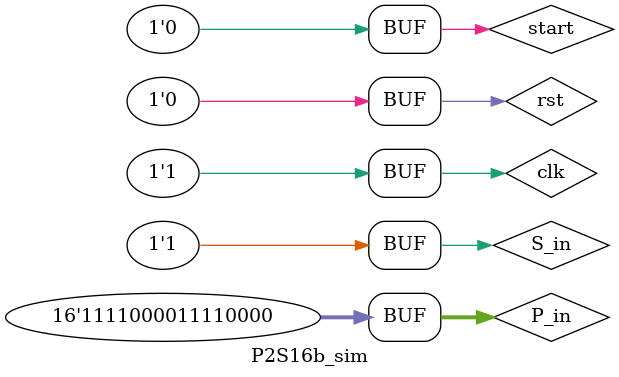
<source format=v>
`timescale 1ns / 1ps


module P2S16b_sim;

	// Inputs
	reg clk;
	reg start;
	reg S_in;
	reg [15:0] P_in;
	reg rst;

	// Outputs
	wire S_out;
	wire finish;
	wire [16:0] Q;
	wire RSLatch_out;

	// Instantiate the Unit Under Test (UUT)
	P2S16b uut (
		.clk(clk), 
		.start(start), 
		.S_in(S_in), 
		.P_in(P_in), 
		.rst(rst),
		.S_out(S_out), 
		.finish(finish),
		.RSLatch_out(RSLatch_out),
		.Q(Q)
	);

	initial begin
		// Initialize Inputs
		clk = 0;
		start = 0;
		S_in = 1;
		P_in = 0;
		rst=1;

		// Wait 100 ns for global reset to finish
		#100;
        
		// Add stimulus here	
		rst=0;
		P_in = 16'b1001_0101_0111_0001;
		start = 1;
		
		#150;
		#1000;
		P_in = 16'b1111000011110000;
		#200;
		start = 0;
		
		
	end
      
	always begin
		clk=0; #10;
		clk=1; #10;
	end
endmodule


</source>
